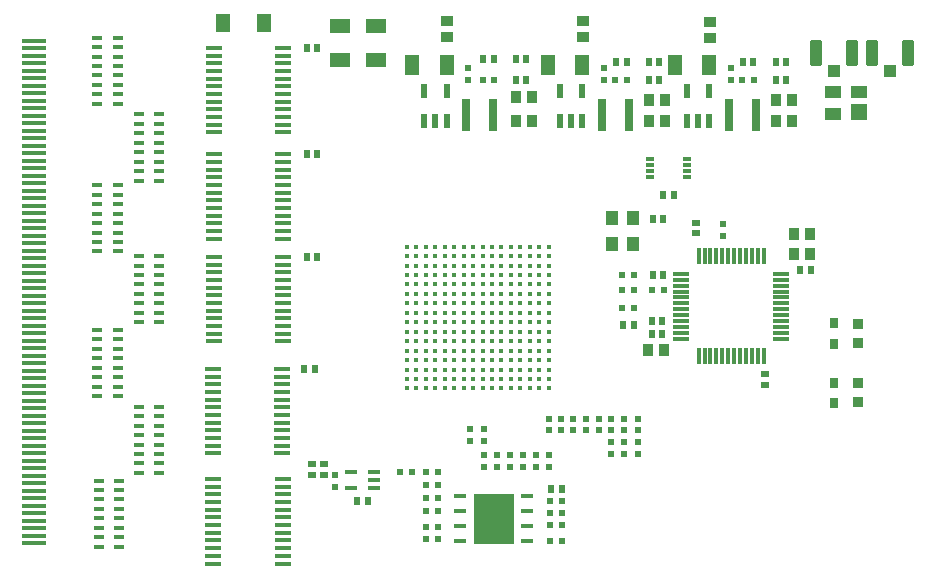
<source format=gtp>
G04*
G04 #@! TF.GenerationSoftware,Altium Limited,Altium Designer,24.4.1 (13)*
G04*
G04 Layer_Color=8421504*
%FSLAX44Y44*%
%MOMM*%
G71*
G04*
G04 #@! TF.SameCoordinates,79C69C62-86B7-489C-B206-AEF25DFC5C41*
G04*
G04*
G04 #@! TF.FilePolarity,Positive*
G04*
G01*
G75*
G04:AMPARAMS|DCode=16|XSize=1.05mm|YSize=1.05mm|CornerRadius=0.105mm|HoleSize=0mm|Usage=FLASHONLY|Rotation=0.000|XOffset=0mm|YOffset=0mm|HoleType=Round|Shape=RoundedRectangle|*
%AMROUNDEDRECTD16*
21,1,1.0500,0.8400,0,0,0.0*
21,1,0.8400,1.0500,0,0,0.0*
1,1,0.2100,0.4200,-0.4200*
1,1,0.2100,-0.4200,-0.4200*
1,1,0.2100,-0.4200,0.4200*
1,1,0.2100,0.4200,0.4200*
%
%ADD16ROUNDEDRECTD16*%
G04:AMPARAMS|DCode=17|XSize=2.2mm|YSize=1.05mm|CornerRadius=0.105mm|HoleSize=0mm|Usage=FLASHONLY|Rotation=90.000|XOffset=0mm|YOffset=0mm|HoleType=Round|Shape=RoundedRectangle|*
%AMROUNDEDRECTD17*
21,1,2.2000,0.8400,0,0,90.0*
21,1,1.9900,1.0500,0,0,90.0*
1,1,0.2100,0.4200,0.9950*
1,1,0.2100,0.4200,-0.9950*
1,1,0.2100,-0.4200,-0.9950*
1,1,0.2100,-0.4200,0.9950*
%
%ADD17ROUNDEDRECTD17*%
%ADD18R,1.4000X1.0000*%
%ADD19R,1.4000X1.4000*%
%ADD20R,0.8000X0.3000*%
%ADD21R,0.6000X0.6400*%
%ADD22R,0.6000X0.5000*%
%ADD23R,0.5000X0.6000*%
%ADD24R,3.4500X4.3500*%
%ADD25R,1.0500X0.4500*%
%ADD26R,0.9000X1.0000*%
%ADD27R,1.4750X0.3000*%
%ADD28R,0.3000X1.4750*%
%ADD29R,1.4750X0.4500*%
%ADD30R,1.0500X0.4000*%
%ADD31R,0.6400X0.6000*%
%ADD32R,0.9000X0.4500*%
%ADD33R,0.6000X1.1500*%
%ADD34R,0.8000X2.7000*%
%ADD35R,1.2500X1.6500*%
%ADD36R,1.0000X0.9000*%
%ADD37C,0.4200*%
%ADD38R,1.8000X1.3000*%
%ADD39R,1.3000X1.8000*%
%ADD40R,0.8000X0.9000*%
%ADD41R,0.9500X0.9000*%
%ADD42R,2.0000X0.3800*%
%ADD43R,1.1000X1.3000*%
D16*
X890000Y657500D02*
D03*
X937500D02*
D03*
D17*
X875000Y672500D02*
D03*
X905400D02*
D03*
X922500D02*
D03*
X952900D02*
D03*
D18*
X889250Y620500D02*
D03*
Y639500D02*
D03*
X911250D02*
D03*
D19*
Y622500D02*
D03*
D20*
X766000Y567500D02*
D03*
Y572500D02*
D03*
Y577500D02*
D03*
Y582500D02*
D03*
X734000D02*
D03*
Y577500D02*
D03*
Y572500D02*
D03*
Y567500D02*
D03*
D21*
X745600Y552500D02*
D03*
X754400D02*
D03*
X495400Y293000D02*
D03*
X486600D02*
D03*
X720400Y442000D02*
D03*
X711600D02*
D03*
X659400Y303000D02*
D03*
X650600D02*
D03*
X593100Y667500D02*
D03*
X601900D02*
D03*
X620600Y650000D02*
D03*
X629400D02*
D03*
Y667500D02*
D03*
X620600D02*
D03*
X735600Y446000D02*
D03*
X744400D02*
D03*
X452400Y500000D02*
D03*
X443600D02*
D03*
X450400Y405000D02*
D03*
X441600D02*
D03*
X714400Y665000D02*
D03*
X705600D02*
D03*
X745400Y532000D02*
D03*
X736600D02*
D03*
X741900Y665000D02*
D03*
X733100D02*
D03*
X741900Y650000D02*
D03*
X733100D02*
D03*
X744400Y435000D02*
D03*
X735600D02*
D03*
X840600Y665000D02*
D03*
X849400D02*
D03*
X840600Y650000D02*
D03*
X849400D02*
D03*
X821900Y665000D02*
D03*
X813100D02*
D03*
X861600Y489000D02*
D03*
X870400D02*
D03*
X745400Y484500D02*
D03*
X736600D02*
D03*
X443600Y587000D02*
D03*
X452400D02*
D03*
X443600Y677000D02*
D03*
X452400D02*
D03*
D22*
X649000Y363000D02*
D03*
Y353000D02*
D03*
X616000Y322000D02*
D03*
Y332000D02*
D03*
X680000Y353000D02*
D03*
Y363000D02*
D03*
X691000D02*
D03*
Y353000D02*
D03*
X724000Y343000D02*
D03*
Y333000D02*
D03*
Y363000D02*
D03*
Y353000D02*
D03*
X669000Y363000D02*
D03*
Y353000D02*
D03*
X649000Y332000D02*
D03*
Y322000D02*
D03*
X659000Y363000D02*
D03*
Y353000D02*
D03*
X468000Y305000D02*
D03*
Y315000D02*
D03*
X695000Y660000D02*
D03*
Y650000D02*
D03*
X802500Y660000D02*
D03*
Y650000D02*
D03*
X712000Y353000D02*
D03*
Y363000D02*
D03*
X627000Y322000D02*
D03*
Y332000D02*
D03*
X638000Y322000D02*
D03*
Y332000D02*
D03*
X594000D02*
D03*
Y322000D02*
D03*
X605000D02*
D03*
Y332000D02*
D03*
X594000Y344000D02*
D03*
Y354000D02*
D03*
X582000D02*
D03*
Y344000D02*
D03*
X712000Y333000D02*
D03*
Y343000D02*
D03*
X701000Y333000D02*
D03*
Y343000D02*
D03*
X701000Y353000D02*
D03*
Y363000D02*
D03*
X796000Y517500D02*
D03*
Y527500D02*
D03*
X580000Y650000D02*
D03*
Y660000D02*
D03*
D23*
X650000Y293000D02*
D03*
X660000D02*
D03*
X555000Y318000D02*
D03*
X545000D02*
D03*
Y307000D02*
D03*
X555000D02*
D03*
X523000Y318000D02*
D03*
X533000D02*
D03*
X555000Y261000D02*
D03*
X545000D02*
D03*
X660000Y259000D02*
D03*
X650000D02*
D03*
X545000Y296000D02*
D03*
X555000D02*
D03*
X711000Y472000D02*
D03*
X721000D02*
D03*
X711000Y484500D02*
D03*
X721000D02*
D03*
X711000Y457000D02*
D03*
X721000D02*
D03*
X660000Y283000D02*
D03*
X650000D02*
D03*
X555000Y271000D02*
D03*
X545000D02*
D03*
X555000Y285000D02*
D03*
X545000D02*
D03*
X736000Y472000D02*
D03*
X746000D02*
D03*
X650000Y273000D02*
D03*
X660000D02*
D03*
X812500Y650000D02*
D03*
X822500D02*
D03*
X705000D02*
D03*
X715000D02*
D03*
X592500D02*
D03*
X602500D02*
D03*
D24*
X602000Y278000D02*
D03*
D25*
X630500Y297050D02*
D03*
Y284350D02*
D03*
Y271650D02*
D03*
Y258950D02*
D03*
X573500D02*
D03*
Y271650D02*
D03*
Y284350D02*
D03*
Y297050D02*
D03*
D26*
X745750Y421000D02*
D03*
X732250D02*
D03*
X854250Y615000D02*
D03*
X840750D02*
D03*
X634250Y635000D02*
D03*
X620750D02*
D03*
X854250Y632500D02*
D03*
X840750D02*
D03*
X733250Y615000D02*
D03*
X746750D02*
D03*
X869750Y502000D02*
D03*
X856250D02*
D03*
X869750Y519000D02*
D03*
X856250D02*
D03*
X733250Y632500D02*
D03*
X746750D02*
D03*
X634250Y615000D02*
D03*
X620750D02*
D03*
D27*
X760620Y485500D02*
D03*
Y480500D02*
D03*
Y475500D02*
D03*
Y470500D02*
D03*
Y465500D02*
D03*
Y460500D02*
D03*
Y455500D02*
D03*
Y450500D02*
D03*
Y445500D02*
D03*
Y440500D02*
D03*
Y435500D02*
D03*
Y430500D02*
D03*
X845380D02*
D03*
Y435500D02*
D03*
Y440500D02*
D03*
Y445500D02*
D03*
Y450500D02*
D03*
Y455500D02*
D03*
Y460500D02*
D03*
Y465500D02*
D03*
Y470500D02*
D03*
Y475500D02*
D03*
Y480500D02*
D03*
Y485500D02*
D03*
D28*
X775500Y415620D02*
D03*
X780500D02*
D03*
X785500D02*
D03*
X790500D02*
D03*
X795500D02*
D03*
X800500D02*
D03*
X805500D02*
D03*
X810500D02*
D03*
X815500D02*
D03*
X820500D02*
D03*
X825500D02*
D03*
X830500D02*
D03*
Y500380D02*
D03*
X825500D02*
D03*
X820500D02*
D03*
X815500D02*
D03*
X810500D02*
D03*
X805500D02*
D03*
X800500D02*
D03*
X795500D02*
D03*
X790500D02*
D03*
X785500D02*
D03*
X780500D02*
D03*
X775500D02*
D03*
D29*
X423380Y311750D02*
D03*
Y305250D02*
D03*
Y298750D02*
D03*
Y292250D02*
D03*
Y285750D02*
D03*
Y279250D02*
D03*
Y272750D02*
D03*
Y266250D02*
D03*
Y259750D02*
D03*
Y253250D02*
D03*
Y246750D02*
D03*
Y240250D02*
D03*
X364620D02*
D03*
Y246750D02*
D03*
Y253250D02*
D03*
Y259750D02*
D03*
Y266250D02*
D03*
Y272750D02*
D03*
Y279250D02*
D03*
Y285750D02*
D03*
Y292250D02*
D03*
Y298750D02*
D03*
Y305250D02*
D03*
Y311750D02*
D03*
X423000Y405000D02*
D03*
Y398500D02*
D03*
Y392000D02*
D03*
Y385500D02*
D03*
Y379000D02*
D03*
Y372500D02*
D03*
Y366000D02*
D03*
Y359500D02*
D03*
Y353000D02*
D03*
Y346500D02*
D03*
Y340000D02*
D03*
Y333500D02*
D03*
X364240D02*
D03*
Y340000D02*
D03*
Y346500D02*
D03*
Y353000D02*
D03*
Y359500D02*
D03*
Y366000D02*
D03*
Y372500D02*
D03*
Y379000D02*
D03*
Y385500D02*
D03*
Y392000D02*
D03*
Y398500D02*
D03*
Y405000D02*
D03*
X423880Y676750D02*
D03*
Y670250D02*
D03*
Y663750D02*
D03*
Y657250D02*
D03*
Y650750D02*
D03*
Y644250D02*
D03*
Y637750D02*
D03*
Y631250D02*
D03*
Y624750D02*
D03*
Y618250D02*
D03*
Y611750D02*
D03*
Y605250D02*
D03*
X365120D02*
D03*
Y611750D02*
D03*
Y618250D02*
D03*
Y624750D02*
D03*
Y631250D02*
D03*
Y637750D02*
D03*
Y644250D02*
D03*
Y650750D02*
D03*
Y657250D02*
D03*
Y663750D02*
D03*
Y670250D02*
D03*
Y676750D02*
D03*
X423880Y499750D02*
D03*
Y493250D02*
D03*
Y486750D02*
D03*
Y480250D02*
D03*
Y473750D02*
D03*
Y467250D02*
D03*
Y460750D02*
D03*
Y454250D02*
D03*
Y447750D02*
D03*
Y441250D02*
D03*
Y434750D02*
D03*
Y428250D02*
D03*
X365120D02*
D03*
Y434750D02*
D03*
Y441250D02*
D03*
Y447750D02*
D03*
Y454250D02*
D03*
Y460750D02*
D03*
Y467250D02*
D03*
Y473750D02*
D03*
Y480250D02*
D03*
Y486750D02*
D03*
Y493250D02*
D03*
Y499750D02*
D03*
X365120Y586750D02*
D03*
Y580250D02*
D03*
Y573750D02*
D03*
Y567250D02*
D03*
Y560750D02*
D03*
Y554250D02*
D03*
Y547750D02*
D03*
Y541250D02*
D03*
Y534750D02*
D03*
Y528250D02*
D03*
Y521750D02*
D03*
Y515250D02*
D03*
X423880D02*
D03*
Y521750D02*
D03*
Y528250D02*
D03*
Y534750D02*
D03*
Y541250D02*
D03*
Y547750D02*
D03*
Y554250D02*
D03*
Y560750D02*
D03*
Y567250D02*
D03*
Y573750D02*
D03*
Y580250D02*
D03*
Y586750D02*
D03*
D30*
X501000Y304500D02*
D03*
Y311000D02*
D03*
Y317500D02*
D03*
X481000D02*
D03*
Y304500D02*
D03*
D31*
X458000Y315600D02*
D03*
Y324400D02*
D03*
X448000Y324400D02*
D03*
Y315600D02*
D03*
X773500Y520100D02*
D03*
Y528900D02*
D03*
X832000Y400400D02*
D03*
Y391600D02*
D03*
D32*
X301500Y444500D02*
D03*
Y452500D02*
D03*
Y468500D02*
D03*
Y460500D02*
D03*
Y484500D02*
D03*
Y500500D02*
D03*
Y492500D02*
D03*
Y476500D02*
D03*
X318500D02*
D03*
Y492500D02*
D03*
Y500500D02*
D03*
Y484500D02*
D03*
Y460500D02*
D03*
Y468500D02*
D03*
Y452500D02*
D03*
Y444500D02*
D03*
X266500Y382000D02*
D03*
Y390000D02*
D03*
Y406000D02*
D03*
Y398000D02*
D03*
Y422000D02*
D03*
Y438000D02*
D03*
Y430000D02*
D03*
Y414000D02*
D03*
X283500D02*
D03*
Y430000D02*
D03*
Y438000D02*
D03*
Y422000D02*
D03*
Y398000D02*
D03*
Y406000D02*
D03*
Y390000D02*
D03*
Y382000D02*
D03*
X301500Y317000D02*
D03*
Y325000D02*
D03*
Y341000D02*
D03*
Y333000D02*
D03*
Y357000D02*
D03*
Y373000D02*
D03*
Y365000D02*
D03*
Y349000D02*
D03*
X318500D02*
D03*
Y365000D02*
D03*
Y373000D02*
D03*
Y357000D02*
D03*
Y333000D02*
D03*
Y341000D02*
D03*
Y325000D02*
D03*
Y317000D02*
D03*
X301500Y564500D02*
D03*
Y572500D02*
D03*
Y588500D02*
D03*
Y580500D02*
D03*
Y604500D02*
D03*
Y620500D02*
D03*
Y612500D02*
D03*
Y596500D02*
D03*
X318500D02*
D03*
Y612500D02*
D03*
Y620500D02*
D03*
Y604500D02*
D03*
Y580500D02*
D03*
Y588500D02*
D03*
Y572500D02*
D03*
Y564500D02*
D03*
X284500Y254500D02*
D03*
Y262500D02*
D03*
Y278500D02*
D03*
Y270500D02*
D03*
Y294500D02*
D03*
Y310500D02*
D03*
Y302500D02*
D03*
Y286500D02*
D03*
X267500D02*
D03*
Y302500D02*
D03*
Y310500D02*
D03*
Y294500D02*
D03*
Y270500D02*
D03*
Y278500D02*
D03*
Y262500D02*
D03*
Y254500D02*
D03*
X283500Y504500D02*
D03*
Y512500D02*
D03*
Y528500D02*
D03*
Y520500D02*
D03*
Y544500D02*
D03*
Y560500D02*
D03*
Y552500D02*
D03*
Y536500D02*
D03*
X266500D02*
D03*
Y552500D02*
D03*
Y560500D02*
D03*
Y544500D02*
D03*
Y520500D02*
D03*
Y528500D02*
D03*
Y512500D02*
D03*
Y504500D02*
D03*
X283500Y629500D02*
D03*
Y637500D02*
D03*
Y653500D02*
D03*
Y645500D02*
D03*
Y669500D02*
D03*
Y685500D02*
D03*
Y677500D02*
D03*
Y661500D02*
D03*
X266500D02*
D03*
Y677500D02*
D03*
Y685500D02*
D03*
Y669500D02*
D03*
Y645500D02*
D03*
Y653500D02*
D03*
Y637500D02*
D03*
Y629500D02*
D03*
D33*
X543000Y640500D02*
D03*
X562000D02*
D03*
Y614500D02*
D03*
X552500D02*
D03*
X543000D02*
D03*
X658000Y640500D02*
D03*
X677000D02*
D03*
Y614500D02*
D03*
X667500D02*
D03*
X658000D02*
D03*
X765500Y640500D02*
D03*
X784500D02*
D03*
Y614500D02*
D03*
X775000D02*
D03*
X765500D02*
D03*
D34*
X824000Y620000D02*
D03*
X801000D02*
D03*
X693500D02*
D03*
X716500D02*
D03*
X578500D02*
D03*
X601500D02*
D03*
D35*
X372750Y697500D02*
D03*
X407250D02*
D03*
D36*
X677500Y699250D02*
D03*
Y685750D02*
D03*
X785000Y685000D02*
D03*
Y698500D02*
D03*
X562500Y685750D02*
D03*
Y699250D02*
D03*
D37*
X528500Y508500D02*
D03*
X536500D02*
D03*
X544500D02*
D03*
X552500D02*
D03*
X560500D02*
D03*
X568500D02*
D03*
X576500D02*
D03*
X584500D02*
D03*
X592500D02*
D03*
X600500D02*
D03*
X608500D02*
D03*
X616500D02*
D03*
X624500D02*
D03*
X632500D02*
D03*
X640500D02*
D03*
X648500D02*
D03*
X528500Y500500D02*
D03*
X536500D02*
D03*
X544500D02*
D03*
X552500D02*
D03*
X560500D02*
D03*
X568500D02*
D03*
X576500D02*
D03*
X584500D02*
D03*
X592500D02*
D03*
X600500D02*
D03*
X608500D02*
D03*
X616500D02*
D03*
X624500D02*
D03*
X632500D02*
D03*
X640500D02*
D03*
X648500D02*
D03*
X528500Y492500D02*
D03*
X536500D02*
D03*
X544500D02*
D03*
X552500D02*
D03*
X560500D02*
D03*
X568500D02*
D03*
X576500D02*
D03*
X584500D02*
D03*
X592500D02*
D03*
X600500D02*
D03*
X608500D02*
D03*
X616500D02*
D03*
X624500D02*
D03*
X632500D02*
D03*
X640500D02*
D03*
X648500D02*
D03*
X528500Y484500D02*
D03*
X536500D02*
D03*
X544500D02*
D03*
X552500D02*
D03*
X560500D02*
D03*
X568500D02*
D03*
X576500D02*
D03*
X584500D02*
D03*
X592500D02*
D03*
X600500D02*
D03*
X608500D02*
D03*
X616500D02*
D03*
X624500D02*
D03*
X632500D02*
D03*
X640500D02*
D03*
X648500D02*
D03*
X528500Y476500D02*
D03*
X536500D02*
D03*
X544500D02*
D03*
X552500D02*
D03*
X560500D02*
D03*
X568500D02*
D03*
X576500D02*
D03*
X584500D02*
D03*
X592500D02*
D03*
X600500D02*
D03*
X608500D02*
D03*
X616500D02*
D03*
X624500D02*
D03*
X632500D02*
D03*
X640500D02*
D03*
X648500D02*
D03*
X528500Y468500D02*
D03*
X536500D02*
D03*
X544500D02*
D03*
X552500D02*
D03*
X560500D02*
D03*
X568500D02*
D03*
X576500D02*
D03*
X584500D02*
D03*
X592500D02*
D03*
X600500D02*
D03*
X608500D02*
D03*
X616500D02*
D03*
X624500D02*
D03*
X632500D02*
D03*
X640500D02*
D03*
X648500D02*
D03*
X528500Y460500D02*
D03*
X536500D02*
D03*
X544500D02*
D03*
X552500D02*
D03*
X560500D02*
D03*
X568500D02*
D03*
X576500D02*
D03*
X584500D02*
D03*
X592500D02*
D03*
X600500D02*
D03*
X608500D02*
D03*
X616500D02*
D03*
X624500D02*
D03*
X632500D02*
D03*
X640500D02*
D03*
X648500D02*
D03*
X528500Y452500D02*
D03*
X536500D02*
D03*
X544500D02*
D03*
X552500D02*
D03*
X560500D02*
D03*
X568500D02*
D03*
X576500D02*
D03*
X584500D02*
D03*
X592500D02*
D03*
X600500D02*
D03*
X608500D02*
D03*
X616500D02*
D03*
X624500D02*
D03*
X632500D02*
D03*
X640500D02*
D03*
X648500D02*
D03*
X528500Y444500D02*
D03*
X536500D02*
D03*
X544500D02*
D03*
X552500D02*
D03*
X560500D02*
D03*
X568500D02*
D03*
X576500D02*
D03*
X584500D02*
D03*
X592500D02*
D03*
X600500D02*
D03*
X608500D02*
D03*
X616500D02*
D03*
X624500D02*
D03*
X632500D02*
D03*
X640500D02*
D03*
X648500D02*
D03*
X528500Y436500D02*
D03*
X536500D02*
D03*
X544500D02*
D03*
X552500D02*
D03*
X560500D02*
D03*
X568500D02*
D03*
X576500D02*
D03*
X584500D02*
D03*
X592500D02*
D03*
X600500D02*
D03*
X608500D02*
D03*
X616500D02*
D03*
X624500D02*
D03*
X632500D02*
D03*
X640500D02*
D03*
X648500D02*
D03*
X528500Y428500D02*
D03*
X536500D02*
D03*
X544500D02*
D03*
X552500D02*
D03*
X560500D02*
D03*
X568500D02*
D03*
X576500D02*
D03*
X584500D02*
D03*
X592500D02*
D03*
X600500D02*
D03*
X608500D02*
D03*
X616500D02*
D03*
X624500D02*
D03*
X632500D02*
D03*
X640500D02*
D03*
X648500D02*
D03*
X528500Y420500D02*
D03*
X536500D02*
D03*
X544500D02*
D03*
X552500D02*
D03*
X560500D02*
D03*
X568500D02*
D03*
X576500D02*
D03*
X584500D02*
D03*
X592500D02*
D03*
X600500D02*
D03*
X608500D02*
D03*
X616500D02*
D03*
X624500D02*
D03*
X632500D02*
D03*
X640500D02*
D03*
X648500D02*
D03*
X528500Y412500D02*
D03*
X536500D02*
D03*
X544500D02*
D03*
X552500D02*
D03*
X560500D02*
D03*
X568500D02*
D03*
X576500D02*
D03*
X584500D02*
D03*
X592500D02*
D03*
X600500D02*
D03*
X608500D02*
D03*
X616500D02*
D03*
X624500D02*
D03*
X632500D02*
D03*
X640500D02*
D03*
X648500D02*
D03*
X528500Y404500D02*
D03*
X536500D02*
D03*
X544500D02*
D03*
X552500D02*
D03*
X560500D02*
D03*
X568500D02*
D03*
X576500D02*
D03*
X584500D02*
D03*
X592500D02*
D03*
X600500D02*
D03*
X608500D02*
D03*
X616500D02*
D03*
X624500D02*
D03*
X632500D02*
D03*
X640500D02*
D03*
X648500D02*
D03*
X528500Y396500D02*
D03*
X536500D02*
D03*
X544500D02*
D03*
X552500D02*
D03*
X560500D02*
D03*
X568500D02*
D03*
X576500D02*
D03*
X584500D02*
D03*
X592500D02*
D03*
X600500D02*
D03*
X608500D02*
D03*
X616500D02*
D03*
X624500D02*
D03*
X632500D02*
D03*
X640500D02*
D03*
X648500D02*
D03*
X528500Y388500D02*
D03*
X536500D02*
D03*
X544500D02*
D03*
X552500D02*
D03*
X560500D02*
D03*
X568500D02*
D03*
X576500D02*
D03*
X584500D02*
D03*
X592500D02*
D03*
X600500D02*
D03*
X608500D02*
D03*
X616500D02*
D03*
X624500D02*
D03*
X632500D02*
D03*
X640500D02*
D03*
X648500D02*
D03*
D38*
X502000Y695500D02*
D03*
Y666500D02*
D03*
X472000Y695500D02*
D03*
Y666500D02*
D03*
D39*
X755500Y662500D02*
D03*
X784500D02*
D03*
X648000D02*
D03*
X677000D02*
D03*
X533000D02*
D03*
X562000D02*
D03*
D40*
X890000Y376500D02*
D03*
Y393500D02*
D03*
Y426500D02*
D03*
Y443500D02*
D03*
D41*
X910000Y377000D02*
D03*
Y393000D02*
D03*
Y427000D02*
D03*
Y443000D02*
D03*
D42*
X213000Y644625D02*
D03*
Y638275D02*
D03*
Y631925D02*
D03*
Y625575D02*
D03*
Y682725D02*
D03*
Y670025D02*
D03*
Y657325D02*
D03*
Y619225D02*
D03*
Y606525D02*
D03*
Y593825D02*
D03*
Y581125D02*
D03*
Y568425D02*
D03*
Y555725D02*
D03*
Y543025D02*
D03*
Y530325D02*
D03*
Y517625D02*
D03*
Y504925D02*
D03*
Y492225D02*
D03*
Y479525D02*
D03*
Y466825D02*
D03*
Y454125D02*
D03*
Y441425D02*
D03*
Y428725D02*
D03*
Y416025D02*
D03*
Y403325D02*
D03*
Y390625D02*
D03*
Y377925D02*
D03*
Y365225D02*
D03*
Y352525D02*
D03*
Y339825D02*
D03*
Y327125D02*
D03*
Y314425D02*
D03*
Y301725D02*
D03*
Y289025D02*
D03*
Y276325D02*
D03*
Y263625D02*
D03*
Y676375D02*
D03*
Y663675D02*
D03*
Y650975D02*
D03*
Y612875D02*
D03*
Y600175D02*
D03*
Y587475D02*
D03*
Y574775D02*
D03*
Y562075D02*
D03*
Y549375D02*
D03*
Y536675D02*
D03*
Y523975D02*
D03*
Y511275D02*
D03*
Y498575D02*
D03*
Y485875D02*
D03*
Y473175D02*
D03*
Y460475D02*
D03*
Y447775D02*
D03*
Y435075D02*
D03*
Y422375D02*
D03*
Y409675D02*
D03*
Y396975D02*
D03*
Y384275D02*
D03*
Y371575D02*
D03*
Y358875D02*
D03*
Y346175D02*
D03*
Y333475D02*
D03*
Y320775D02*
D03*
Y308075D02*
D03*
Y295375D02*
D03*
Y282675D02*
D03*
Y269975D02*
D03*
Y257275D02*
D03*
D43*
X702500Y533000D02*
D03*
X719500D02*
D03*
X702500Y511000D02*
D03*
X719500D02*
D03*
M02*

</source>
